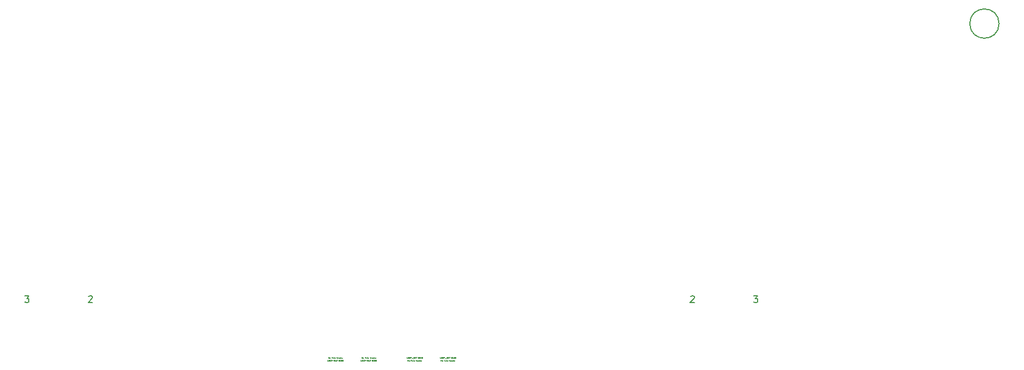
<source format=gbr>
%TF.GenerationSoftware,KiCad,Pcbnew,(7.0.0)*%
%TF.CreationDate,2024-03-09T23:40:33+01:00*%
%TF.ProjectId,LeSTMovoz,4c655354-4d6f-4766-9f7a-2e6b69636164,rev?*%
%TF.SameCoordinates,Original*%
%TF.FileFunction,Other,Comment*%
%FSLAX46Y46*%
G04 Gerber Fmt 4.6, Leading zero omitted, Abs format (unit mm)*
G04 Created by KiCad (PCBNEW (7.0.0)) date 2024-03-09 23:40:33*
%MOMM*%
%LPD*%
G01*
G04 APERTURE LIST*
%ADD10C,0.030000*%
%ADD11C,0.150000*%
G04 APERTURE END LIST*
D10*
%TO.C,RST1*%
X147663928Y-91554726D02*
X147663928Y-91354726D01*
X147663928Y-91354726D02*
X147778213Y-91554726D01*
X147778213Y-91554726D02*
X147778213Y-91354726D01*
X147902023Y-91554726D02*
X147882975Y-91545202D01*
X147882975Y-91545202D02*
X147873452Y-91535678D01*
X147873452Y-91535678D02*
X147863928Y-91516630D01*
X147863928Y-91516630D02*
X147863928Y-91459488D01*
X147863928Y-91459488D02*
X147873452Y-91440440D01*
X147873452Y-91440440D02*
X147882975Y-91430916D01*
X147882975Y-91430916D02*
X147902023Y-91421392D01*
X147902023Y-91421392D02*
X147930594Y-91421392D01*
X147930594Y-91421392D02*
X147949642Y-91430916D01*
X147949642Y-91430916D02*
X147959166Y-91440440D01*
X147959166Y-91440440D02*
X147968690Y-91459488D01*
X147968690Y-91459488D02*
X147968690Y-91516630D01*
X147968690Y-91516630D02*
X147959166Y-91535678D01*
X147959166Y-91535678D02*
X147949642Y-91545202D01*
X147949642Y-91545202D02*
X147930594Y-91554726D01*
X147930594Y-91554726D02*
X147902023Y-91554726D01*
X148241070Y-91449964D02*
X148174404Y-91449964D01*
X148174404Y-91554726D02*
X148174404Y-91354726D01*
X148174404Y-91354726D02*
X148269642Y-91354726D01*
X148345833Y-91535678D02*
X148355356Y-91545202D01*
X148355356Y-91545202D02*
X148345833Y-91554726D01*
X148345833Y-91554726D02*
X148336309Y-91545202D01*
X148336309Y-91545202D02*
X148345833Y-91535678D01*
X148345833Y-91535678D02*
X148345833Y-91554726D01*
X148555356Y-91535678D02*
X148545832Y-91545202D01*
X148545832Y-91545202D02*
X148517261Y-91554726D01*
X148517261Y-91554726D02*
X148498213Y-91554726D01*
X148498213Y-91554726D02*
X148469642Y-91545202D01*
X148469642Y-91545202D02*
X148450594Y-91526154D01*
X148450594Y-91526154D02*
X148441071Y-91507107D01*
X148441071Y-91507107D02*
X148431547Y-91469011D01*
X148431547Y-91469011D02*
X148431547Y-91440440D01*
X148431547Y-91440440D02*
X148441071Y-91402345D01*
X148441071Y-91402345D02*
X148450594Y-91383297D01*
X148450594Y-91383297D02*
X148469642Y-91364250D01*
X148469642Y-91364250D02*
X148498213Y-91354726D01*
X148498213Y-91354726D02*
X148517261Y-91354726D01*
X148517261Y-91354726D02*
X148545832Y-91364250D01*
X148545832Y-91364250D02*
X148555356Y-91373773D01*
X148726785Y-91421392D02*
X148726785Y-91554726D01*
X148641071Y-91421392D02*
X148641071Y-91526154D01*
X148641071Y-91526154D02*
X148650594Y-91545202D01*
X148650594Y-91545202D02*
X148669642Y-91554726D01*
X148669642Y-91554726D02*
X148698213Y-91554726D01*
X148698213Y-91554726D02*
X148717261Y-91545202D01*
X148717261Y-91545202D02*
X148726785Y-91535678D01*
X148913451Y-91421392D02*
X148989642Y-91421392D01*
X148942023Y-91354726D02*
X148942023Y-91526154D01*
X148942023Y-91526154D02*
X148951546Y-91545202D01*
X148951546Y-91545202D02*
X148970594Y-91554726D01*
X148970594Y-91554726D02*
X148989642Y-91554726D01*
X149056309Y-91554726D02*
X149056309Y-91421392D01*
X149056309Y-91459488D02*
X149065832Y-91440440D01*
X149065832Y-91440440D02*
X149075356Y-91430916D01*
X149075356Y-91430916D02*
X149094404Y-91421392D01*
X149094404Y-91421392D02*
X149113451Y-91421392D01*
X149265833Y-91554726D02*
X149265833Y-91449964D01*
X149265833Y-91449964D02*
X149256309Y-91430916D01*
X149256309Y-91430916D02*
X149237261Y-91421392D01*
X149237261Y-91421392D02*
X149199166Y-91421392D01*
X149199166Y-91421392D02*
X149180119Y-91430916D01*
X149265833Y-91545202D02*
X149246785Y-91554726D01*
X149246785Y-91554726D02*
X149199166Y-91554726D01*
X149199166Y-91554726D02*
X149180119Y-91545202D01*
X149180119Y-91545202D02*
X149170595Y-91526154D01*
X149170595Y-91526154D02*
X149170595Y-91507107D01*
X149170595Y-91507107D02*
X149180119Y-91488059D01*
X149180119Y-91488059D02*
X149199166Y-91478535D01*
X149199166Y-91478535D02*
X149246785Y-91478535D01*
X149246785Y-91478535D02*
X149265833Y-91469011D01*
X149446785Y-91545202D02*
X149427737Y-91554726D01*
X149427737Y-91554726D02*
X149389642Y-91554726D01*
X149389642Y-91554726D02*
X149370594Y-91545202D01*
X149370594Y-91545202D02*
X149361071Y-91535678D01*
X149361071Y-91535678D02*
X149351547Y-91516630D01*
X149351547Y-91516630D02*
X149351547Y-91459488D01*
X149351547Y-91459488D02*
X149361071Y-91440440D01*
X149361071Y-91440440D02*
X149370594Y-91430916D01*
X149370594Y-91430916D02*
X149389642Y-91421392D01*
X149389642Y-91421392D02*
X149427737Y-91421392D01*
X149427737Y-91421392D02*
X149446785Y-91430916D01*
X149532500Y-91554726D02*
X149532500Y-91354726D01*
X149551547Y-91478535D02*
X149608690Y-91554726D01*
X149608690Y-91421392D02*
X149532500Y-91497583D01*
X149684881Y-91545202D02*
X149703928Y-91554726D01*
X149703928Y-91554726D02*
X149742024Y-91554726D01*
X149742024Y-91554726D02*
X149761071Y-91545202D01*
X149761071Y-91545202D02*
X149770595Y-91526154D01*
X149770595Y-91526154D02*
X149770595Y-91516630D01*
X149770595Y-91516630D02*
X149761071Y-91497583D01*
X149761071Y-91497583D02*
X149742024Y-91488059D01*
X149742024Y-91488059D02*
X149713452Y-91488059D01*
X149713452Y-91488059D02*
X149694405Y-91478535D01*
X149694405Y-91478535D02*
X149684881Y-91459488D01*
X149684881Y-91459488D02*
X149684881Y-91449964D01*
X149684881Y-91449964D02*
X149694405Y-91430916D01*
X149694405Y-91430916D02*
X149713452Y-91421392D01*
X149713452Y-91421392D02*
X149742024Y-91421392D01*
X149742024Y-91421392D02*
X149761071Y-91430916D01*
X152514405Y-91154726D02*
X152514405Y-90954726D01*
X152628690Y-91154726D02*
X152542976Y-91040440D01*
X152628690Y-90954726D02*
X152514405Y-91069011D01*
X152714405Y-91049964D02*
X152781071Y-91049964D01*
X152809643Y-91154726D02*
X152714405Y-91154726D01*
X152714405Y-91154726D02*
X152714405Y-90954726D01*
X152714405Y-90954726D02*
X152809643Y-90954726D01*
X152895357Y-91049964D02*
X152962023Y-91049964D01*
X152990595Y-91154726D02*
X152895357Y-91154726D01*
X152895357Y-91154726D02*
X152895357Y-90954726D01*
X152895357Y-90954726D02*
X152990595Y-90954726D01*
X153076309Y-91154726D02*
X153076309Y-90954726D01*
X153076309Y-90954726D02*
X153152499Y-90954726D01*
X153152499Y-90954726D02*
X153171547Y-90964250D01*
X153171547Y-90964250D02*
X153181070Y-90973773D01*
X153181070Y-90973773D02*
X153190594Y-90992821D01*
X153190594Y-90992821D02*
X153190594Y-91021392D01*
X153190594Y-91021392D02*
X153181070Y-91040440D01*
X153181070Y-91040440D02*
X153171547Y-91049964D01*
X153171547Y-91049964D02*
X153152499Y-91059488D01*
X153152499Y-91059488D02*
X153076309Y-91059488D01*
X153276309Y-91078535D02*
X153428690Y-91078535D01*
X153562023Y-90954726D02*
X153600118Y-90954726D01*
X153600118Y-90954726D02*
X153619166Y-90964250D01*
X153619166Y-90964250D02*
X153638213Y-90983297D01*
X153638213Y-90983297D02*
X153647737Y-91021392D01*
X153647737Y-91021392D02*
X153647737Y-91088059D01*
X153647737Y-91088059D02*
X153638213Y-91126154D01*
X153638213Y-91126154D02*
X153619166Y-91145202D01*
X153619166Y-91145202D02*
X153600118Y-91154726D01*
X153600118Y-91154726D02*
X153562023Y-91154726D01*
X153562023Y-91154726D02*
X153542975Y-91145202D01*
X153542975Y-91145202D02*
X153523928Y-91126154D01*
X153523928Y-91126154D02*
X153514404Y-91088059D01*
X153514404Y-91088059D02*
X153514404Y-91021392D01*
X153514404Y-91021392D02*
X153523928Y-90983297D01*
X153523928Y-90983297D02*
X153542975Y-90964250D01*
X153542975Y-90964250D02*
X153562023Y-90954726D01*
X153733452Y-90954726D02*
X153733452Y-91116630D01*
X153733452Y-91116630D02*
X153742975Y-91135678D01*
X153742975Y-91135678D02*
X153752499Y-91145202D01*
X153752499Y-91145202D02*
X153771547Y-91154726D01*
X153771547Y-91154726D02*
X153809642Y-91154726D01*
X153809642Y-91154726D02*
X153828690Y-91145202D01*
X153828690Y-91145202D02*
X153838213Y-91135678D01*
X153838213Y-91135678D02*
X153847737Y-91116630D01*
X153847737Y-91116630D02*
X153847737Y-90954726D01*
X153914404Y-90954726D02*
X154028690Y-90954726D01*
X153971547Y-91154726D02*
X153971547Y-90954726D01*
X154196309Y-90954726D02*
X154329642Y-90954726D01*
X154329642Y-90954726D02*
X154196309Y-91154726D01*
X154196309Y-91154726D02*
X154329642Y-91154726D01*
X154443928Y-90954726D02*
X154482023Y-90954726D01*
X154482023Y-90954726D02*
X154501071Y-90964250D01*
X154501071Y-90964250D02*
X154520118Y-90983297D01*
X154520118Y-90983297D02*
X154529642Y-91021392D01*
X154529642Y-91021392D02*
X154529642Y-91088059D01*
X154529642Y-91088059D02*
X154520118Y-91126154D01*
X154520118Y-91126154D02*
X154501071Y-91145202D01*
X154501071Y-91145202D02*
X154482023Y-91154726D01*
X154482023Y-91154726D02*
X154443928Y-91154726D01*
X154443928Y-91154726D02*
X154424880Y-91145202D01*
X154424880Y-91145202D02*
X154405833Y-91126154D01*
X154405833Y-91126154D02*
X154396309Y-91088059D01*
X154396309Y-91088059D02*
X154396309Y-91021392D01*
X154396309Y-91021392D02*
X154405833Y-90983297D01*
X154405833Y-90983297D02*
X154424880Y-90964250D01*
X154424880Y-90964250D02*
X154443928Y-90954726D01*
X154615357Y-91154726D02*
X154615357Y-90954726D01*
X154615357Y-90954726D02*
X154729642Y-91154726D01*
X154729642Y-91154726D02*
X154729642Y-90954726D01*
X154824881Y-91049964D02*
X154891547Y-91049964D01*
X154920119Y-91154726D02*
X154824881Y-91154726D01*
X154824881Y-91154726D02*
X154824881Y-90954726D01*
X154824881Y-90954726D02*
X154920119Y-90954726D01*
X152663928Y-91554726D02*
X152663928Y-91354726D01*
X152663928Y-91354726D02*
X152778213Y-91554726D01*
X152778213Y-91554726D02*
X152778213Y-91354726D01*
X152902023Y-91554726D02*
X152882975Y-91545202D01*
X152882975Y-91545202D02*
X152873452Y-91535678D01*
X152873452Y-91535678D02*
X152863928Y-91516630D01*
X152863928Y-91516630D02*
X152863928Y-91459488D01*
X152863928Y-91459488D02*
X152873452Y-91440440D01*
X152873452Y-91440440D02*
X152882975Y-91430916D01*
X152882975Y-91430916D02*
X152902023Y-91421392D01*
X152902023Y-91421392D02*
X152930594Y-91421392D01*
X152930594Y-91421392D02*
X152949642Y-91430916D01*
X152949642Y-91430916D02*
X152959166Y-91440440D01*
X152959166Y-91440440D02*
X152968690Y-91459488D01*
X152968690Y-91459488D02*
X152968690Y-91516630D01*
X152968690Y-91516630D02*
X152959166Y-91535678D01*
X152959166Y-91535678D02*
X152949642Y-91545202D01*
X152949642Y-91545202D02*
X152930594Y-91554726D01*
X152930594Y-91554726D02*
X152902023Y-91554726D01*
X153241070Y-91449964D02*
X153174404Y-91449964D01*
X153174404Y-91554726D02*
X153174404Y-91354726D01*
X153174404Y-91354726D02*
X153269642Y-91354726D01*
X153345833Y-91535678D02*
X153355356Y-91545202D01*
X153355356Y-91545202D02*
X153345833Y-91554726D01*
X153345833Y-91554726D02*
X153336309Y-91545202D01*
X153336309Y-91545202D02*
X153345833Y-91535678D01*
X153345833Y-91535678D02*
X153345833Y-91554726D01*
X153555356Y-91535678D02*
X153545832Y-91545202D01*
X153545832Y-91545202D02*
X153517261Y-91554726D01*
X153517261Y-91554726D02*
X153498213Y-91554726D01*
X153498213Y-91554726D02*
X153469642Y-91545202D01*
X153469642Y-91545202D02*
X153450594Y-91526154D01*
X153450594Y-91526154D02*
X153441071Y-91507107D01*
X153441071Y-91507107D02*
X153431547Y-91469011D01*
X153431547Y-91469011D02*
X153431547Y-91440440D01*
X153431547Y-91440440D02*
X153441071Y-91402345D01*
X153441071Y-91402345D02*
X153450594Y-91383297D01*
X153450594Y-91383297D02*
X153469642Y-91364250D01*
X153469642Y-91364250D02*
X153498213Y-91354726D01*
X153498213Y-91354726D02*
X153517261Y-91354726D01*
X153517261Y-91354726D02*
X153545832Y-91364250D01*
X153545832Y-91364250D02*
X153555356Y-91373773D01*
X153726785Y-91421392D02*
X153726785Y-91554726D01*
X153641071Y-91421392D02*
X153641071Y-91526154D01*
X153641071Y-91526154D02*
X153650594Y-91545202D01*
X153650594Y-91545202D02*
X153669642Y-91554726D01*
X153669642Y-91554726D02*
X153698213Y-91554726D01*
X153698213Y-91554726D02*
X153717261Y-91545202D01*
X153717261Y-91545202D02*
X153726785Y-91535678D01*
X153913451Y-91421392D02*
X153989642Y-91421392D01*
X153942023Y-91354726D02*
X153942023Y-91526154D01*
X153942023Y-91526154D02*
X153951546Y-91545202D01*
X153951546Y-91545202D02*
X153970594Y-91554726D01*
X153970594Y-91554726D02*
X153989642Y-91554726D01*
X154056309Y-91554726D02*
X154056309Y-91421392D01*
X154056309Y-91459488D02*
X154065832Y-91440440D01*
X154065832Y-91440440D02*
X154075356Y-91430916D01*
X154075356Y-91430916D02*
X154094404Y-91421392D01*
X154094404Y-91421392D02*
X154113451Y-91421392D01*
X154265833Y-91554726D02*
X154265833Y-91449964D01*
X154265833Y-91449964D02*
X154256309Y-91430916D01*
X154256309Y-91430916D02*
X154237261Y-91421392D01*
X154237261Y-91421392D02*
X154199166Y-91421392D01*
X154199166Y-91421392D02*
X154180119Y-91430916D01*
X154265833Y-91545202D02*
X154246785Y-91554726D01*
X154246785Y-91554726D02*
X154199166Y-91554726D01*
X154199166Y-91554726D02*
X154180119Y-91545202D01*
X154180119Y-91545202D02*
X154170595Y-91526154D01*
X154170595Y-91526154D02*
X154170595Y-91507107D01*
X154170595Y-91507107D02*
X154180119Y-91488059D01*
X154180119Y-91488059D02*
X154199166Y-91478535D01*
X154199166Y-91478535D02*
X154246785Y-91478535D01*
X154246785Y-91478535D02*
X154265833Y-91469011D01*
X154446785Y-91545202D02*
X154427737Y-91554726D01*
X154427737Y-91554726D02*
X154389642Y-91554726D01*
X154389642Y-91554726D02*
X154370594Y-91545202D01*
X154370594Y-91545202D02*
X154361071Y-91535678D01*
X154361071Y-91535678D02*
X154351547Y-91516630D01*
X154351547Y-91516630D02*
X154351547Y-91459488D01*
X154351547Y-91459488D02*
X154361071Y-91440440D01*
X154361071Y-91440440D02*
X154370594Y-91430916D01*
X154370594Y-91430916D02*
X154389642Y-91421392D01*
X154389642Y-91421392D02*
X154427737Y-91421392D01*
X154427737Y-91421392D02*
X154446785Y-91430916D01*
X154532500Y-91554726D02*
X154532500Y-91354726D01*
X154551547Y-91478535D02*
X154608690Y-91554726D01*
X154608690Y-91421392D02*
X154532500Y-91497583D01*
X154684881Y-91545202D02*
X154703928Y-91554726D01*
X154703928Y-91554726D02*
X154742024Y-91554726D01*
X154742024Y-91554726D02*
X154761071Y-91545202D01*
X154761071Y-91545202D02*
X154770595Y-91526154D01*
X154770595Y-91526154D02*
X154770595Y-91516630D01*
X154770595Y-91516630D02*
X154761071Y-91497583D01*
X154761071Y-91497583D02*
X154742024Y-91488059D01*
X154742024Y-91488059D02*
X154713452Y-91488059D01*
X154713452Y-91488059D02*
X154694405Y-91478535D01*
X154694405Y-91478535D02*
X154684881Y-91459488D01*
X154684881Y-91459488D02*
X154684881Y-91449964D01*
X154684881Y-91449964D02*
X154694405Y-91430916D01*
X154694405Y-91430916D02*
X154713452Y-91421392D01*
X154713452Y-91421392D02*
X154742024Y-91421392D01*
X154742024Y-91421392D02*
X154761071Y-91430916D01*
X147514405Y-91154726D02*
X147514405Y-90954726D01*
X147628690Y-91154726D02*
X147542976Y-91040440D01*
X147628690Y-90954726D02*
X147514405Y-91069011D01*
X147714405Y-91049964D02*
X147781071Y-91049964D01*
X147809643Y-91154726D02*
X147714405Y-91154726D01*
X147714405Y-91154726D02*
X147714405Y-90954726D01*
X147714405Y-90954726D02*
X147809643Y-90954726D01*
X147895357Y-91049964D02*
X147962023Y-91049964D01*
X147990595Y-91154726D02*
X147895357Y-91154726D01*
X147895357Y-91154726D02*
X147895357Y-90954726D01*
X147895357Y-90954726D02*
X147990595Y-90954726D01*
X148076309Y-91154726D02*
X148076309Y-90954726D01*
X148076309Y-90954726D02*
X148152499Y-90954726D01*
X148152499Y-90954726D02*
X148171547Y-90964250D01*
X148171547Y-90964250D02*
X148181070Y-90973773D01*
X148181070Y-90973773D02*
X148190594Y-90992821D01*
X148190594Y-90992821D02*
X148190594Y-91021392D01*
X148190594Y-91021392D02*
X148181070Y-91040440D01*
X148181070Y-91040440D02*
X148171547Y-91049964D01*
X148171547Y-91049964D02*
X148152499Y-91059488D01*
X148152499Y-91059488D02*
X148076309Y-91059488D01*
X148276309Y-91078535D02*
X148428690Y-91078535D01*
X148562023Y-90954726D02*
X148600118Y-90954726D01*
X148600118Y-90954726D02*
X148619166Y-90964250D01*
X148619166Y-90964250D02*
X148638213Y-90983297D01*
X148638213Y-90983297D02*
X148647737Y-91021392D01*
X148647737Y-91021392D02*
X148647737Y-91088059D01*
X148647737Y-91088059D02*
X148638213Y-91126154D01*
X148638213Y-91126154D02*
X148619166Y-91145202D01*
X148619166Y-91145202D02*
X148600118Y-91154726D01*
X148600118Y-91154726D02*
X148562023Y-91154726D01*
X148562023Y-91154726D02*
X148542975Y-91145202D01*
X148542975Y-91145202D02*
X148523928Y-91126154D01*
X148523928Y-91126154D02*
X148514404Y-91088059D01*
X148514404Y-91088059D02*
X148514404Y-91021392D01*
X148514404Y-91021392D02*
X148523928Y-90983297D01*
X148523928Y-90983297D02*
X148542975Y-90964250D01*
X148542975Y-90964250D02*
X148562023Y-90954726D01*
X148733452Y-90954726D02*
X148733452Y-91116630D01*
X148733452Y-91116630D02*
X148742975Y-91135678D01*
X148742975Y-91135678D02*
X148752499Y-91145202D01*
X148752499Y-91145202D02*
X148771547Y-91154726D01*
X148771547Y-91154726D02*
X148809642Y-91154726D01*
X148809642Y-91154726D02*
X148828690Y-91145202D01*
X148828690Y-91145202D02*
X148838213Y-91135678D01*
X148838213Y-91135678D02*
X148847737Y-91116630D01*
X148847737Y-91116630D02*
X148847737Y-90954726D01*
X148914404Y-90954726D02*
X149028690Y-90954726D01*
X148971547Y-91154726D02*
X148971547Y-90954726D01*
X149196309Y-90954726D02*
X149329642Y-90954726D01*
X149329642Y-90954726D02*
X149196309Y-91154726D01*
X149196309Y-91154726D02*
X149329642Y-91154726D01*
X149443928Y-90954726D02*
X149482023Y-90954726D01*
X149482023Y-90954726D02*
X149501071Y-90964250D01*
X149501071Y-90964250D02*
X149520118Y-90983297D01*
X149520118Y-90983297D02*
X149529642Y-91021392D01*
X149529642Y-91021392D02*
X149529642Y-91088059D01*
X149529642Y-91088059D02*
X149520118Y-91126154D01*
X149520118Y-91126154D02*
X149501071Y-91145202D01*
X149501071Y-91145202D02*
X149482023Y-91154726D01*
X149482023Y-91154726D02*
X149443928Y-91154726D01*
X149443928Y-91154726D02*
X149424880Y-91145202D01*
X149424880Y-91145202D02*
X149405833Y-91126154D01*
X149405833Y-91126154D02*
X149396309Y-91088059D01*
X149396309Y-91088059D02*
X149396309Y-91021392D01*
X149396309Y-91021392D02*
X149405833Y-90983297D01*
X149405833Y-90983297D02*
X149424880Y-90964250D01*
X149424880Y-90964250D02*
X149443928Y-90954726D01*
X149615357Y-91154726D02*
X149615357Y-90954726D01*
X149615357Y-90954726D02*
X149729642Y-91154726D01*
X149729642Y-91154726D02*
X149729642Y-90954726D01*
X149824881Y-91049964D02*
X149891547Y-91049964D01*
X149920119Y-91154726D02*
X149824881Y-91154726D01*
X149824881Y-91154726D02*
X149824881Y-90954726D01*
X149824881Y-90954726D02*
X149920119Y-90954726D01*
D11*
%TO.C,S1*%
X190214286Y-81822119D02*
X190261905Y-81774500D01*
X190261905Y-81774500D02*
X190357143Y-81726880D01*
X190357143Y-81726880D02*
X190595238Y-81726880D01*
X190595238Y-81726880D02*
X190690476Y-81774500D01*
X190690476Y-81774500D02*
X190738095Y-81822119D01*
X190738095Y-81822119D02*
X190785714Y-81917357D01*
X190785714Y-81917357D02*
X190785714Y-82012595D01*
X190785714Y-82012595D02*
X190738095Y-82155452D01*
X190738095Y-82155452D02*
X190166667Y-82726880D01*
X190166667Y-82726880D02*
X190785714Y-82726880D01*
%TO.C,S2*%
X199691667Y-81726880D02*
X200310714Y-81726880D01*
X200310714Y-81726880D02*
X199977381Y-82107833D01*
X199977381Y-82107833D02*
X200120238Y-82107833D01*
X200120238Y-82107833D02*
X200215476Y-82155452D01*
X200215476Y-82155452D02*
X200263095Y-82203071D01*
X200263095Y-82203071D02*
X200310714Y-82298309D01*
X200310714Y-82298309D02*
X200310714Y-82536404D01*
X200310714Y-82536404D02*
X200263095Y-82631642D01*
X200263095Y-82631642D02*
X200215476Y-82679261D01*
X200215476Y-82679261D02*
X200120238Y-82726880D01*
X200120238Y-82726880D02*
X199834524Y-82726880D01*
X199834524Y-82726880D02*
X199739286Y-82679261D01*
X199739286Y-82679261D02*
X199691667Y-82631642D01*
%TO.C,S3*%
X90154167Y-81726880D02*
X90773214Y-81726880D01*
X90773214Y-81726880D02*
X90439881Y-82107833D01*
X90439881Y-82107833D02*
X90582738Y-82107833D01*
X90582738Y-82107833D02*
X90677976Y-82155452D01*
X90677976Y-82155452D02*
X90725595Y-82203071D01*
X90725595Y-82203071D02*
X90773214Y-82298309D01*
X90773214Y-82298309D02*
X90773214Y-82536404D01*
X90773214Y-82536404D02*
X90725595Y-82631642D01*
X90725595Y-82631642D02*
X90677976Y-82679261D01*
X90677976Y-82679261D02*
X90582738Y-82726880D01*
X90582738Y-82726880D02*
X90297024Y-82726880D01*
X90297024Y-82726880D02*
X90201786Y-82679261D01*
X90201786Y-82679261D02*
X90154167Y-82631642D01*
%TO.C,S4*%
X99726786Y-81822119D02*
X99774405Y-81774500D01*
X99774405Y-81774500D02*
X99869643Y-81726880D01*
X99869643Y-81726880D02*
X100107738Y-81726880D01*
X100107738Y-81726880D02*
X100202976Y-81774500D01*
X100202976Y-81774500D02*
X100250595Y-81822119D01*
X100250595Y-81822119D02*
X100298214Y-81917357D01*
X100298214Y-81917357D02*
X100298214Y-82012595D01*
X100298214Y-82012595D02*
X100250595Y-82155452D01*
X100250595Y-82155452D02*
X99679167Y-82726880D01*
X99679167Y-82726880D02*
X100298214Y-82726880D01*
D10*
%TO.C,SW1*%
X140751428Y-91154726D02*
X140751428Y-90954726D01*
X140751428Y-90954726D02*
X140865713Y-91154726D01*
X140865713Y-91154726D02*
X140865713Y-90954726D01*
X140989523Y-91154726D02*
X140970475Y-91145202D01*
X140970475Y-91145202D02*
X140960952Y-91135678D01*
X140960952Y-91135678D02*
X140951428Y-91116630D01*
X140951428Y-91116630D02*
X140951428Y-91059488D01*
X140951428Y-91059488D02*
X140960952Y-91040440D01*
X140960952Y-91040440D02*
X140970475Y-91030916D01*
X140970475Y-91030916D02*
X140989523Y-91021392D01*
X140989523Y-91021392D02*
X141018094Y-91021392D01*
X141018094Y-91021392D02*
X141037142Y-91030916D01*
X141037142Y-91030916D02*
X141046666Y-91040440D01*
X141046666Y-91040440D02*
X141056190Y-91059488D01*
X141056190Y-91059488D02*
X141056190Y-91116630D01*
X141056190Y-91116630D02*
X141046666Y-91135678D01*
X141046666Y-91135678D02*
X141037142Y-91145202D01*
X141037142Y-91145202D02*
X141018094Y-91154726D01*
X141018094Y-91154726D02*
X140989523Y-91154726D01*
X141328570Y-91049964D02*
X141261904Y-91049964D01*
X141261904Y-91154726D02*
X141261904Y-90954726D01*
X141261904Y-90954726D02*
X141357142Y-90954726D01*
X141433333Y-91135678D02*
X141442856Y-91145202D01*
X141442856Y-91145202D02*
X141433333Y-91154726D01*
X141433333Y-91154726D02*
X141423809Y-91145202D01*
X141423809Y-91145202D02*
X141433333Y-91135678D01*
X141433333Y-91135678D02*
X141433333Y-91154726D01*
X141642856Y-91135678D02*
X141633332Y-91145202D01*
X141633332Y-91145202D02*
X141604761Y-91154726D01*
X141604761Y-91154726D02*
X141585713Y-91154726D01*
X141585713Y-91154726D02*
X141557142Y-91145202D01*
X141557142Y-91145202D02*
X141538094Y-91126154D01*
X141538094Y-91126154D02*
X141528571Y-91107107D01*
X141528571Y-91107107D02*
X141519047Y-91069011D01*
X141519047Y-91069011D02*
X141519047Y-91040440D01*
X141519047Y-91040440D02*
X141528571Y-91002345D01*
X141528571Y-91002345D02*
X141538094Y-90983297D01*
X141538094Y-90983297D02*
X141557142Y-90964250D01*
X141557142Y-90964250D02*
X141585713Y-90954726D01*
X141585713Y-90954726D02*
X141604761Y-90954726D01*
X141604761Y-90954726D02*
X141633332Y-90964250D01*
X141633332Y-90964250D02*
X141642856Y-90973773D01*
X141814285Y-91021392D02*
X141814285Y-91154726D01*
X141728571Y-91021392D02*
X141728571Y-91126154D01*
X141728571Y-91126154D02*
X141738094Y-91145202D01*
X141738094Y-91145202D02*
X141757142Y-91154726D01*
X141757142Y-91154726D02*
X141785713Y-91154726D01*
X141785713Y-91154726D02*
X141804761Y-91145202D01*
X141804761Y-91145202D02*
X141814285Y-91135678D01*
X142000951Y-91021392D02*
X142077142Y-91021392D01*
X142029523Y-90954726D02*
X142029523Y-91126154D01*
X142029523Y-91126154D02*
X142039046Y-91145202D01*
X142039046Y-91145202D02*
X142058094Y-91154726D01*
X142058094Y-91154726D02*
X142077142Y-91154726D01*
X142143809Y-91154726D02*
X142143809Y-91021392D01*
X142143809Y-91059488D02*
X142153332Y-91040440D01*
X142153332Y-91040440D02*
X142162856Y-91030916D01*
X142162856Y-91030916D02*
X142181904Y-91021392D01*
X142181904Y-91021392D02*
X142200951Y-91021392D01*
X142353333Y-91154726D02*
X142353333Y-91049964D01*
X142353333Y-91049964D02*
X142343809Y-91030916D01*
X142343809Y-91030916D02*
X142324761Y-91021392D01*
X142324761Y-91021392D02*
X142286666Y-91021392D01*
X142286666Y-91021392D02*
X142267619Y-91030916D01*
X142353333Y-91145202D02*
X142334285Y-91154726D01*
X142334285Y-91154726D02*
X142286666Y-91154726D01*
X142286666Y-91154726D02*
X142267619Y-91145202D01*
X142267619Y-91145202D02*
X142258095Y-91126154D01*
X142258095Y-91126154D02*
X142258095Y-91107107D01*
X142258095Y-91107107D02*
X142267619Y-91088059D01*
X142267619Y-91088059D02*
X142286666Y-91078535D01*
X142286666Y-91078535D02*
X142334285Y-91078535D01*
X142334285Y-91078535D02*
X142353333Y-91069011D01*
X142534285Y-91145202D02*
X142515237Y-91154726D01*
X142515237Y-91154726D02*
X142477142Y-91154726D01*
X142477142Y-91154726D02*
X142458094Y-91145202D01*
X142458094Y-91145202D02*
X142448571Y-91135678D01*
X142448571Y-91135678D02*
X142439047Y-91116630D01*
X142439047Y-91116630D02*
X142439047Y-91059488D01*
X142439047Y-91059488D02*
X142448571Y-91040440D01*
X142448571Y-91040440D02*
X142458094Y-91030916D01*
X142458094Y-91030916D02*
X142477142Y-91021392D01*
X142477142Y-91021392D02*
X142515237Y-91021392D01*
X142515237Y-91021392D02*
X142534285Y-91030916D01*
X142620000Y-91154726D02*
X142620000Y-90954726D01*
X142639047Y-91078535D02*
X142696190Y-91154726D01*
X142696190Y-91021392D02*
X142620000Y-91097583D01*
X142772381Y-91145202D02*
X142791428Y-91154726D01*
X142791428Y-91154726D02*
X142829524Y-91154726D01*
X142829524Y-91154726D02*
X142848571Y-91145202D01*
X142848571Y-91145202D02*
X142858095Y-91126154D01*
X142858095Y-91126154D02*
X142858095Y-91116630D01*
X142858095Y-91116630D02*
X142848571Y-91097583D01*
X142848571Y-91097583D02*
X142829524Y-91088059D01*
X142829524Y-91088059D02*
X142800952Y-91088059D01*
X142800952Y-91088059D02*
X142781905Y-91078535D01*
X142781905Y-91078535D02*
X142772381Y-91059488D01*
X142772381Y-91059488D02*
X142772381Y-91049964D01*
X142772381Y-91049964D02*
X142781905Y-91030916D01*
X142781905Y-91030916D02*
X142800952Y-91021392D01*
X142800952Y-91021392D02*
X142829524Y-91021392D01*
X142829524Y-91021392D02*
X142848571Y-91030916D01*
X135751428Y-91154726D02*
X135751428Y-90954726D01*
X135751428Y-90954726D02*
X135865713Y-91154726D01*
X135865713Y-91154726D02*
X135865713Y-90954726D01*
X135989523Y-91154726D02*
X135970475Y-91145202D01*
X135970475Y-91145202D02*
X135960952Y-91135678D01*
X135960952Y-91135678D02*
X135951428Y-91116630D01*
X135951428Y-91116630D02*
X135951428Y-91059488D01*
X135951428Y-91059488D02*
X135960952Y-91040440D01*
X135960952Y-91040440D02*
X135970475Y-91030916D01*
X135970475Y-91030916D02*
X135989523Y-91021392D01*
X135989523Y-91021392D02*
X136018094Y-91021392D01*
X136018094Y-91021392D02*
X136037142Y-91030916D01*
X136037142Y-91030916D02*
X136046666Y-91040440D01*
X136046666Y-91040440D02*
X136056190Y-91059488D01*
X136056190Y-91059488D02*
X136056190Y-91116630D01*
X136056190Y-91116630D02*
X136046666Y-91135678D01*
X136046666Y-91135678D02*
X136037142Y-91145202D01*
X136037142Y-91145202D02*
X136018094Y-91154726D01*
X136018094Y-91154726D02*
X135989523Y-91154726D01*
X136328570Y-91049964D02*
X136261904Y-91049964D01*
X136261904Y-91154726D02*
X136261904Y-90954726D01*
X136261904Y-90954726D02*
X136357142Y-90954726D01*
X136433333Y-91135678D02*
X136442856Y-91145202D01*
X136442856Y-91145202D02*
X136433333Y-91154726D01*
X136433333Y-91154726D02*
X136423809Y-91145202D01*
X136423809Y-91145202D02*
X136433333Y-91135678D01*
X136433333Y-91135678D02*
X136433333Y-91154726D01*
X136642856Y-91135678D02*
X136633332Y-91145202D01*
X136633332Y-91145202D02*
X136604761Y-91154726D01*
X136604761Y-91154726D02*
X136585713Y-91154726D01*
X136585713Y-91154726D02*
X136557142Y-91145202D01*
X136557142Y-91145202D02*
X136538094Y-91126154D01*
X136538094Y-91126154D02*
X136528571Y-91107107D01*
X136528571Y-91107107D02*
X136519047Y-91069011D01*
X136519047Y-91069011D02*
X136519047Y-91040440D01*
X136519047Y-91040440D02*
X136528571Y-91002345D01*
X136528571Y-91002345D02*
X136538094Y-90983297D01*
X136538094Y-90983297D02*
X136557142Y-90964250D01*
X136557142Y-90964250D02*
X136585713Y-90954726D01*
X136585713Y-90954726D02*
X136604761Y-90954726D01*
X136604761Y-90954726D02*
X136633332Y-90964250D01*
X136633332Y-90964250D02*
X136642856Y-90973773D01*
X136814285Y-91021392D02*
X136814285Y-91154726D01*
X136728571Y-91021392D02*
X136728571Y-91126154D01*
X136728571Y-91126154D02*
X136738094Y-91145202D01*
X136738094Y-91145202D02*
X136757142Y-91154726D01*
X136757142Y-91154726D02*
X136785713Y-91154726D01*
X136785713Y-91154726D02*
X136804761Y-91145202D01*
X136804761Y-91145202D02*
X136814285Y-91135678D01*
X137000951Y-91021392D02*
X137077142Y-91021392D01*
X137029523Y-90954726D02*
X137029523Y-91126154D01*
X137029523Y-91126154D02*
X137039046Y-91145202D01*
X137039046Y-91145202D02*
X137058094Y-91154726D01*
X137058094Y-91154726D02*
X137077142Y-91154726D01*
X137143809Y-91154726D02*
X137143809Y-91021392D01*
X137143809Y-91059488D02*
X137153332Y-91040440D01*
X137153332Y-91040440D02*
X137162856Y-91030916D01*
X137162856Y-91030916D02*
X137181904Y-91021392D01*
X137181904Y-91021392D02*
X137200951Y-91021392D01*
X137353333Y-91154726D02*
X137353333Y-91049964D01*
X137353333Y-91049964D02*
X137343809Y-91030916D01*
X137343809Y-91030916D02*
X137324761Y-91021392D01*
X137324761Y-91021392D02*
X137286666Y-91021392D01*
X137286666Y-91021392D02*
X137267619Y-91030916D01*
X137353333Y-91145202D02*
X137334285Y-91154726D01*
X137334285Y-91154726D02*
X137286666Y-91154726D01*
X137286666Y-91154726D02*
X137267619Y-91145202D01*
X137267619Y-91145202D02*
X137258095Y-91126154D01*
X137258095Y-91126154D02*
X137258095Y-91107107D01*
X137258095Y-91107107D02*
X137267619Y-91088059D01*
X137267619Y-91088059D02*
X137286666Y-91078535D01*
X137286666Y-91078535D02*
X137334285Y-91078535D01*
X137334285Y-91078535D02*
X137353333Y-91069011D01*
X137534285Y-91145202D02*
X137515237Y-91154726D01*
X137515237Y-91154726D02*
X137477142Y-91154726D01*
X137477142Y-91154726D02*
X137458094Y-91145202D01*
X137458094Y-91145202D02*
X137448571Y-91135678D01*
X137448571Y-91135678D02*
X137439047Y-91116630D01*
X137439047Y-91116630D02*
X137439047Y-91059488D01*
X137439047Y-91059488D02*
X137448571Y-91040440D01*
X137448571Y-91040440D02*
X137458094Y-91030916D01*
X137458094Y-91030916D02*
X137477142Y-91021392D01*
X137477142Y-91021392D02*
X137515237Y-91021392D01*
X137515237Y-91021392D02*
X137534285Y-91030916D01*
X137620000Y-91154726D02*
X137620000Y-90954726D01*
X137639047Y-91078535D02*
X137696190Y-91154726D01*
X137696190Y-91021392D02*
X137620000Y-91097583D01*
X137772381Y-91145202D02*
X137791428Y-91154726D01*
X137791428Y-91154726D02*
X137829524Y-91154726D01*
X137829524Y-91154726D02*
X137848571Y-91145202D01*
X137848571Y-91145202D02*
X137858095Y-91126154D01*
X137858095Y-91126154D02*
X137858095Y-91116630D01*
X137858095Y-91116630D02*
X137848571Y-91097583D01*
X137848571Y-91097583D02*
X137829524Y-91088059D01*
X137829524Y-91088059D02*
X137800952Y-91088059D01*
X137800952Y-91088059D02*
X137781905Y-91078535D01*
X137781905Y-91078535D02*
X137772381Y-91059488D01*
X137772381Y-91059488D02*
X137772381Y-91049964D01*
X137772381Y-91049964D02*
X137781905Y-91030916D01*
X137781905Y-91030916D02*
X137800952Y-91021392D01*
X137800952Y-91021392D02*
X137829524Y-91021392D01*
X137829524Y-91021392D02*
X137848571Y-91030916D01*
X135601905Y-91554726D02*
X135601905Y-91354726D01*
X135716190Y-91554726D02*
X135630476Y-91440440D01*
X135716190Y-91354726D02*
X135601905Y-91469011D01*
X135801905Y-91449964D02*
X135868571Y-91449964D01*
X135897143Y-91554726D02*
X135801905Y-91554726D01*
X135801905Y-91554726D02*
X135801905Y-91354726D01*
X135801905Y-91354726D02*
X135897143Y-91354726D01*
X135982857Y-91449964D02*
X136049523Y-91449964D01*
X136078095Y-91554726D02*
X135982857Y-91554726D01*
X135982857Y-91554726D02*
X135982857Y-91354726D01*
X135982857Y-91354726D02*
X136078095Y-91354726D01*
X136163809Y-91554726D02*
X136163809Y-91354726D01*
X136163809Y-91354726D02*
X136239999Y-91354726D01*
X136239999Y-91354726D02*
X136259047Y-91364250D01*
X136259047Y-91364250D02*
X136268570Y-91373773D01*
X136268570Y-91373773D02*
X136278094Y-91392821D01*
X136278094Y-91392821D02*
X136278094Y-91421392D01*
X136278094Y-91421392D02*
X136268570Y-91440440D01*
X136268570Y-91440440D02*
X136259047Y-91449964D01*
X136259047Y-91449964D02*
X136239999Y-91459488D01*
X136239999Y-91459488D02*
X136163809Y-91459488D01*
X136363809Y-91478535D02*
X136516190Y-91478535D01*
X136649523Y-91354726D02*
X136687618Y-91354726D01*
X136687618Y-91354726D02*
X136706666Y-91364250D01*
X136706666Y-91364250D02*
X136725713Y-91383297D01*
X136725713Y-91383297D02*
X136735237Y-91421392D01*
X136735237Y-91421392D02*
X136735237Y-91488059D01*
X136735237Y-91488059D02*
X136725713Y-91526154D01*
X136725713Y-91526154D02*
X136706666Y-91545202D01*
X136706666Y-91545202D02*
X136687618Y-91554726D01*
X136687618Y-91554726D02*
X136649523Y-91554726D01*
X136649523Y-91554726D02*
X136630475Y-91545202D01*
X136630475Y-91545202D02*
X136611428Y-91526154D01*
X136611428Y-91526154D02*
X136601904Y-91488059D01*
X136601904Y-91488059D02*
X136601904Y-91421392D01*
X136601904Y-91421392D02*
X136611428Y-91383297D01*
X136611428Y-91383297D02*
X136630475Y-91364250D01*
X136630475Y-91364250D02*
X136649523Y-91354726D01*
X136820952Y-91354726D02*
X136820952Y-91516630D01*
X136820952Y-91516630D02*
X136830475Y-91535678D01*
X136830475Y-91535678D02*
X136839999Y-91545202D01*
X136839999Y-91545202D02*
X136859047Y-91554726D01*
X136859047Y-91554726D02*
X136897142Y-91554726D01*
X136897142Y-91554726D02*
X136916190Y-91545202D01*
X136916190Y-91545202D02*
X136925713Y-91535678D01*
X136925713Y-91535678D02*
X136935237Y-91516630D01*
X136935237Y-91516630D02*
X136935237Y-91354726D01*
X137001904Y-91354726D02*
X137116190Y-91354726D01*
X137059047Y-91554726D02*
X137059047Y-91354726D01*
X137283809Y-91354726D02*
X137417142Y-91354726D01*
X137417142Y-91354726D02*
X137283809Y-91554726D01*
X137283809Y-91554726D02*
X137417142Y-91554726D01*
X137531428Y-91354726D02*
X137569523Y-91354726D01*
X137569523Y-91354726D02*
X137588571Y-91364250D01*
X137588571Y-91364250D02*
X137607618Y-91383297D01*
X137607618Y-91383297D02*
X137617142Y-91421392D01*
X137617142Y-91421392D02*
X137617142Y-91488059D01*
X137617142Y-91488059D02*
X137607618Y-91526154D01*
X137607618Y-91526154D02*
X137588571Y-91545202D01*
X137588571Y-91545202D02*
X137569523Y-91554726D01*
X137569523Y-91554726D02*
X137531428Y-91554726D01*
X137531428Y-91554726D02*
X137512380Y-91545202D01*
X137512380Y-91545202D02*
X137493333Y-91526154D01*
X137493333Y-91526154D02*
X137483809Y-91488059D01*
X137483809Y-91488059D02*
X137483809Y-91421392D01*
X137483809Y-91421392D02*
X137493333Y-91383297D01*
X137493333Y-91383297D02*
X137512380Y-91364250D01*
X137512380Y-91364250D02*
X137531428Y-91354726D01*
X137702857Y-91554726D02*
X137702857Y-91354726D01*
X137702857Y-91354726D02*
X137817142Y-91554726D01*
X137817142Y-91554726D02*
X137817142Y-91354726D01*
X137912381Y-91449964D02*
X137979047Y-91449964D01*
X138007619Y-91554726D02*
X137912381Y-91554726D01*
X137912381Y-91554726D02*
X137912381Y-91354726D01*
X137912381Y-91354726D02*
X138007619Y-91354726D01*
X140601905Y-91554726D02*
X140601905Y-91354726D01*
X140716190Y-91554726D02*
X140630476Y-91440440D01*
X140716190Y-91354726D02*
X140601905Y-91469011D01*
X140801905Y-91449964D02*
X140868571Y-91449964D01*
X140897143Y-91554726D02*
X140801905Y-91554726D01*
X140801905Y-91554726D02*
X140801905Y-91354726D01*
X140801905Y-91354726D02*
X140897143Y-91354726D01*
X140982857Y-91449964D02*
X141049523Y-91449964D01*
X141078095Y-91554726D02*
X140982857Y-91554726D01*
X140982857Y-91554726D02*
X140982857Y-91354726D01*
X140982857Y-91354726D02*
X141078095Y-91354726D01*
X141163809Y-91554726D02*
X141163809Y-91354726D01*
X141163809Y-91354726D02*
X141239999Y-91354726D01*
X141239999Y-91354726D02*
X141259047Y-91364250D01*
X141259047Y-91364250D02*
X141268570Y-91373773D01*
X141268570Y-91373773D02*
X141278094Y-91392821D01*
X141278094Y-91392821D02*
X141278094Y-91421392D01*
X141278094Y-91421392D02*
X141268570Y-91440440D01*
X141268570Y-91440440D02*
X141259047Y-91449964D01*
X141259047Y-91449964D02*
X141239999Y-91459488D01*
X141239999Y-91459488D02*
X141163809Y-91459488D01*
X141363809Y-91478535D02*
X141516190Y-91478535D01*
X141649523Y-91354726D02*
X141687618Y-91354726D01*
X141687618Y-91354726D02*
X141706666Y-91364250D01*
X141706666Y-91364250D02*
X141725713Y-91383297D01*
X141725713Y-91383297D02*
X141735237Y-91421392D01*
X141735237Y-91421392D02*
X141735237Y-91488059D01*
X141735237Y-91488059D02*
X141725713Y-91526154D01*
X141725713Y-91526154D02*
X141706666Y-91545202D01*
X141706666Y-91545202D02*
X141687618Y-91554726D01*
X141687618Y-91554726D02*
X141649523Y-91554726D01*
X141649523Y-91554726D02*
X141630475Y-91545202D01*
X141630475Y-91545202D02*
X141611428Y-91526154D01*
X141611428Y-91526154D02*
X141601904Y-91488059D01*
X141601904Y-91488059D02*
X141601904Y-91421392D01*
X141601904Y-91421392D02*
X141611428Y-91383297D01*
X141611428Y-91383297D02*
X141630475Y-91364250D01*
X141630475Y-91364250D02*
X141649523Y-91354726D01*
X141820952Y-91354726D02*
X141820952Y-91516630D01*
X141820952Y-91516630D02*
X141830475Y-91535678D01*
X141830475Y-91535678D02*
X141839999Y-91545202D01*
X141839999Y-91545202D02*
X141859047Y-91554726D01*
X141859047Y-91554726D02*
X141897142Y-91554726D01*
X141897142Y-91554726D02*
X141916190Y-91545202D01*
X141916190Y-91545202D02*
X141925713Y-91535678D01*
X141925713Y-91535678D02*
X141935237Y-91516630D01*
X141935237Y-91516630D02*
X141935237Y-91354726D01*
X142001904Y-91354726D02*
X142116190Y-91354726D01*
X142059047Y-91554726D02*
X142059047Y-91354726D01*
X142283809Y-91354726D02*
X142417142Y-91354726D01*
X142417142Y-91354726D02*
X142283809Y-91554726D01*
X142283809Y-91554726D02*
X142417142Y-91554726D01*
X142531428Y-91354726D02*
X142569523Y-91354726D01*
X142569523Y-91354726D02*
X142588571Y-91364250D01*
X142588571Y-91364250D02*
X142607618Y-91383297D01*
X142607618Y-91383297D02*
X142617142Y-91421392D01*
X142617142Y-91421392D02*
X142617142Y-91488059D01*
X142617142Y-91488059D02*
X142607618Y-91526154D01*
X142607618Y-91526154D02*
X142588571Y-91545202D01*
X142588571Y-91545202D02*
X142569523Y-91554726D01*
X142569523Y-91554726D02*
X142531428Y-91554726D01*
X142531428Y-91554726D02*
X142512380Y-91545202D01*
X142512380Y-91545202D02*
X142493333Y-91526154D01*
X142493333Y-91526154D02*
X142483809Y-91488059D01*
X142483809Y-91488059D02*
X142483809Y-91421392D01*
X142483809Y-91421392D02*
X142493333Y-91383297D01*
X142493333Y-91383297D02*
X142512380Y-91364250D01*
X142512380Y-91364250D02*
X142531428Y-91354726D01*
X142702857Y-91554726D02*
X142702857Y-91354726D01*
X142702857Y-91354726D02*
X142817142Y-91554726D01*
X142817142Y-91554726D02*
X142817142Y-91354726D01*
X142912381Y-91449964D02*
X142979047Y-91449964D01*
X143007619Y-91554726D02*
X142912381Y-91554726D01*
X142912381Y-91554726D02*
X142912381Y-91354726D01*
X142912381Y-91354726D02*
X143007619Y-91354726D01*
D11*
%TO.C,H6*%
X236587500Y-40736500D02*
G75*
G03*
X236587500Y-40736500I-2200000J0D01*
G01*
%TD*%
M02*

</source>
